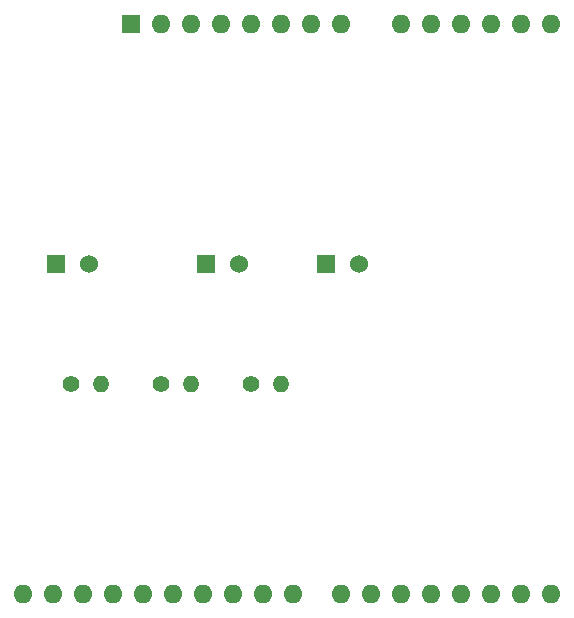
<source format=gbr>
%TF.GenerationSoftware,KiCad,Pcbnew,(6.0.7)*%
%TF.CreationDate,2022-08-16T17:30:29+09:00*%
%TF.ProjectId,uno_shield,756e6f5f-7368-4696-956c-642e6b696361,rev?*%
%TF.SameCoordinates,Original*%
%TF.FileFunction,Soldermask,Top*%
%TF.FilePolarity,Negative*%
%FSLAX46Y46*%
G04 Gerber Fmt 4.6, Leading zero omitted, Abs format (unit mm)*
G04 Created by KiCad (PCBNEW (6.0.7)) date 2022-08-16 17:30:29*
%MOMM*%
%LPD*%
G01*
G04 APERTURE LIST*
%ADD10R,1.600000X1.600000*%
%ADD11O,1.600000X1.600000*%
%ADD12C,1.400000*%
%ADD13O,1.400000X1.400000*%
%ADD14R,1.524000X1.524000*%
%ADD15C,1.524000*%
G04 APERTURE END LIST*
D10*
%TO.C,A1*%
X139700000Y-76200000D03*
D11*
X142240000Y-76200000D03*
X144780000Y-76200000D03*
X147320000Y-76200000D03*
X149860000Y-76200000D03*
X152400000Y-76200000D03*
X154940000Y-76200000D03*
X157480000Y-76200000D03*
X162560000Y-76200000D03*
X165100000Y-76200000D03*
X167640000Y-76200000D03*
X170180000Y-76200000D03*
X172720000Y-76200000D03*
X175260000Y-76200000D03*
X175260000Y-124460000D03*
X172720000Y-124460000D03*
X170180000Y-124460000D03*
X167640000Y-124460000D03*
X165100000Y-124460000D03*
X162560000Y-124460000D03*
X160020000Y-124460000D03*
X157480000Y-124460000D03*
X153420000Y-124460000D03*
X150880000Y-124460000D03*
X148340000Y-124460000D03*
X145800000Y-124460000D03*
X143260000Y-124460000D03*
X140720000Y-124460000D03*
X138180000Y-124460000D03*
X135640000Y-124460000D03*
X133100000Y-124460000D03*
X130560000Y-124460000D03*
%TD*%
D12*
%TO.C,R3*%
X134620000Y-106680000D03*
D13*
X137160000Y-106680000D03*
%TD*%
D12*
%TO.C,R2*%
X142240000Y-106680000D03*
D13*
X144780000Y-106680000D03*
%TD*%
D12*
%TO.C,R1*%
X149860000Y-106680000D03*
D13*
X152400000Y-106680000D03*
%TD*%
D14*
%TO.C,D3*%
X133320000Y-96520000D03*
D15*
X136120000Y-96520000D03*
%TD*%
D14*
%TO.C,D2*%
X146020000Y-96520000D03*
D15*
X148820000Y-96520000D03*
%TD*%
D14*
%TO.C,D1*%
X156180000Y-96520000D03*
D15*
X158980000Y-96520000D03*
%TD*%
M02*

</source>
